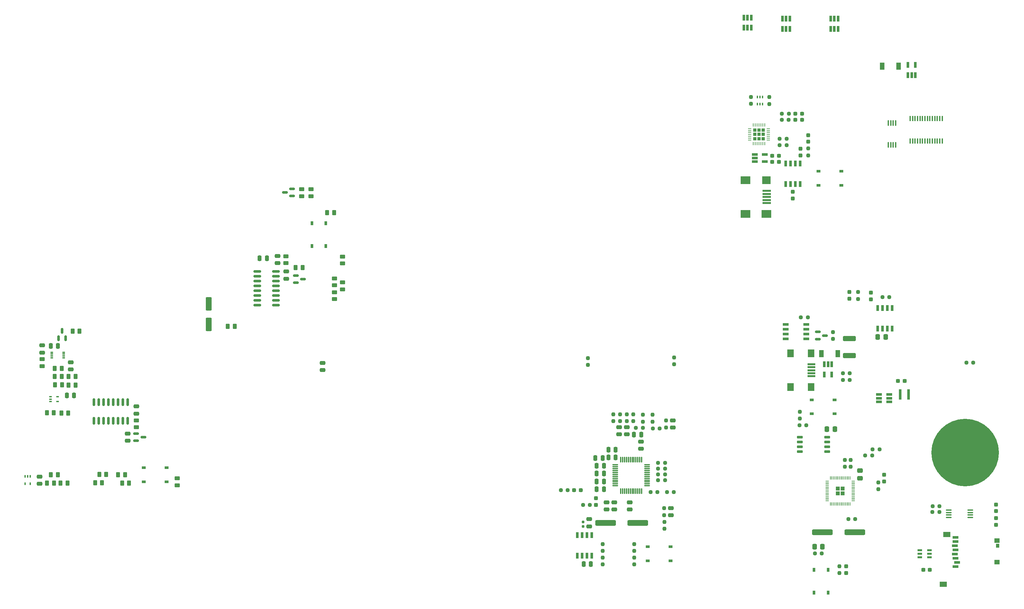
<source format=gbr>
%TF.GenerationSoftware,KiCad,Pcbnew,(6.0.4)*%
%TF.CreationDate,2022-06-24T20:10:35+03:00*%
%TF.ProjectId,stencils,7374656e-6369-46c7-932e-6b696361645f,rev?*%
%TF.SameCoordinates,Original*%
%TF.FileFunction,Paste,Top*%
%TF.FilePolarity,Positive*%
%FSLAX46Y46*%
G04 Gerber Fmt 4.6, Leading zero omitted, Abs format (unit mm)*
G04 Created by KiCad (PCBNEW (6.0.4)) date 2022-06-24 20:10:35*
%MOMM*%
%LPD*%
G01*
G04 APERTURE LIST*
G04 Aperture macros list*
%AMRoundRect*
0 Rectangle with rounded corners*
0 $1 Rounding radius*
0 $2 $3 $4 $5 $6 $7 $8 $9 X,Y pos of 4 corners*
0 Add a 4 corners polygon primitive as box body*
4,1,4,$2,$3,$4,$5,$6,$7,$8,$9,$2,$3,0*
0 Add four circle primitives for the rounded corners*
1,1,$1+$1,$2,$3*
1,1,$1+$1,$4,$5*
1,1,$1+$1,$6,$7*
1,1,$1+$1,$8,$9*
0 Add four rect primitives between the rounded corners*
20,1,$1+$1,$2,$3,$4,$5,0*
20,1,$1+$1,$4,$5,$6,$7,0*
20,1,$1+$1,$6,$7,$8,$9,0*
20,1,$1+$1,$8,$9,$2,$3,0*%
G04 Aperture macros list end*
%ADD10RoundRect,0.237500X0.237500X-0.250000X0.237500X0.250000X-0.237500X0.250000X-0.237500X-0.250000X0*%
%ADD11RoundRect,0.160000X-0.160000X0.197500X-0.160000X-0.197500X0.160000X-0.197500X0.160000X0.197500X0*%
%ADD12RoundRect,0.250000X-0.475000X0.250000X-0.475000X-0.250000X0.475000X-0.250000X0.475000X0.250000X0*%
%ADD13RoundRect,0.250000X0.250000X0.475000X-0.250000X0.475000X-0.250000X-0.475000X0.250000X-0.475000X0*%
%ADD14RoundRect,0.237500X0.250000X0.237500X-0.250000X0.237500X-0.250000X-0.237500X0.250000X-0.237500X0*%
%ADD15RoundRect,0.237500X-0.287500X-0.237500X0.287500X-0.237500X0.287500X0.237500X-0.287500X0.237500X0*%
%ADD16RoundRect,0.250000X0.475000X-0.250000X0.475000X0.250000X-0.475000X0.250000X-0.475000X-0.250000X0*%
%ADD17R,1.000000X0.700000*%
%ADD18R,0.650000X1.500000*%
%ADD19RoundRect,0.250000X-0.250000X-0.475000X0.250000X-0.475000X0.250000X0.475000X-0.250000X0.475000X0*%
%ADD20RoundRect,0.237500X0.237500X-0.287500X0.237500X0.287500X-0.237500X0.287500X-0.237500X-0.287500X0*%
%ADD21RoundRect,0.075000X-0.075000X0.662500X-0.075000X-0.662500X0.075000X-0.662500X0.075000X0.662500X0*%
%ADD22RoundRect,0.075000X-0.662500X0.075000X-0.662500X-0.075000X0.662500X-0.075000X0.662500X0.075000X0*%
%ADD23RoundRect,0.375000X2.375000X0.375000X-2.375000X0.375000X-2.375000X-0.375000X2.375000X-0.375000X0*%
%ADD24RoundRect,0.237500X-0.250000X-0.237500X0.250000X-0.237500X0.250000X0.237500X-0.250000X0.237500X0*%
%ADD25RoundRect,0.237500X-0.237500X0.250000X-0.237500X-0.250000X0.237500X-0.250000X0.237500X0.250000X0*%
%ADD26RoundRect,0.225000X0.225000X-0.225000X0.225000X0.225000X-0.225000X0.225000X-0.225000X-0.225000X0*%
%ADD27RoundRect,0.062500X0.062500X-0.337500X0.062500X0.337500X-0.062500X0.337500X-0.062500X-0.337500X0*%
%ADD28RoundRect,0.062500X0.337500X-0.062500X0.337500X0.062500X-0.337500X0.062500X-0.337500X-0.062500X0*%
%ADD29R,0.400000X0.650000*%
%ADD30RoundRect,0.237500X0.237500X-0.300000X0.237500X0.300000X-0.237500X0.300000X-0.237500X-0.300000X0*%
%ADD31RoundRect,0.100000X-0.100000X0.637500X-0.100000X-0.637500X0.100000X-0.637500X0.100000X0.637500X0*%
%ADD32R,1.200000X1.850000*%
%ADD33R,0.650000X1.560000*%
%ADD34RoundRect,0.237500X-0.300000X-0.237500X0.300000X-0.237500X0.300000X0.237500X-0.300000X0.237500X0*%
%ADD35R,1.560000X0.650000*%
%ADD36RoundRect,0.237500X-0.237500X0.300000X-0.237500X-0.300000X0.237500X-0.300000X0.237500X0.300000X0*%
%ADD37R,2.250000X0.500000*%
%ADD38R,2.300000X2.000000*%
%ADD39R,2.500000X2.000000*%
%ADD40R,0.450000X1.475000*%
%ADD41R,1.400000X1.300000*%
%ADD42R,0.950000X1.000000*%
%ADD43R,1.900000X1.400000*%
%ADD44R,1.500000X0.800000*%
%ADD45R,1.500000X0.650000*%
%ADD46RoundRect,0.100000X0.637500X0.100000X-0.637500X0.100000X-0.637500X-0.100000X0.637500X-0.100000X0*%
%ADD47C,17.800000*%
%ADD48RoundRect,0.375000X-2.375000X-0.375000X2.375000X-0.375000X2.375000X0.375000X-2.375000X0.375000X0*%
%ADD49RoundRect,0.250000X-0.337500X-0.475000X0.337500X-0.475000X0.337500X0.475000X-0.337500X0.475000X0*%
%ADD50RoundRect,0.237500X-0.237500X0.287500X-0.237500X-0.287500X0.237500X-0.287500X0.237500X0.287500X0*%
%ADD51R,0.800000X2.700000*%
%ADD52RoundRect,0.250000X1.450000X-0.400000X1.450000X0.400000X-1.450000X0.400000X-1.450000X-0.400000X0*%
%ADD53RoundRect,0.237500X0.300000X0.237500X-0.300000X0.237500X-0.300000X-0.237500X0.300000X-0.237500X0*%
%ADD54RoundRect,0.250000X0.475000X-0.337500X0.475000X0.337500X-0.475000X0.337500X-0.475000X-0.337500X0*%
%ADD55R,0.700000X1.000000*%
%ADD56RoundRect,0.250000X-0.292217X-0.292217X0.292217X-0.292217X0.292217X0.292217X-0.292217X0.292217X0*%
%ADD57RoundRect,0.050000X-0.387500X-0.050000X0.387500X-0.050000X0.387500X0.050000X-0.387500X0.050000X0*%
%ADD58RoundRect,0.050000X-0.050000X-0.387500X0.050000X-0.387500X0.050000X0.387500X-0.050000X0.387500X0*%
%ADD59RoundRect,0.150000X-0.650000X-0.150000X0.650000X-0.150000X0.650000X0.150000X-0.650000X0.150000X0*%
%ADD60R,2.000000X0.500000*%
%ADD61R,1.700000X2.000000*%
%ADD62R,1.150000X0.600000*%
%ADD63RoundRect,0.150000X-0.587500X-0.150000X0.587500X-0.150000X0.587500X0.150000X-0.587500X0.150000X0*%
%ADD64R,0.800000X0.300000*%
%ADD65R,0.800000X0.400000*%
%ADD66RoundRect,0.250000X-0.262500X-0.450000X0.262500X-0.450000X0.262500X0.450000X-0.262500X0.450000X0*%
%ADD67RoundRect,0.150000X0.587500X0.150000X-0.587500X0.150000X-0.587500X-0.150000X0.587500X-0.150000X0*%
%ADD68R,0.400000X0.800000*%
%ADD69RoundRect,0.250000X0.262500X0.450000X-0.262500X0.450000X-0.262500X-0.450000X0.262500X-0.450000X0*%
%ADD70RoundRect,0.250000X-0.450000X0.262500X-0.450000X-0.262500X0.450000X-0.262500X0.450000X0.262500X0*%
%ADD71RoundRect,0.150000X-0.150000X0.825000X-0.150000X-0.825000X0.150000X-0.825000X0.150000X0.825000X0*%
%ADD72RoundRect,0.250000X0.450000X-0.262500X0.450000X0.262500X-0.450000X0.262500X-0.450000X-0.262500X0*%
%ADD73RoundRect,0.150000X0.150000X-0.587500X0.150000X0.587500X-0.150000X0.587500X-0.150000X-0.587500X0*%
%ADD74RoundRect,0.250000X0.550000X-1.500000X0.550000X1.500000X-0.550000X1.500000X-0.550000X-1.500000X0*%
%ADD75RoundRect,0.150000X-0.825000X-0.150000X0.825000X-0.150000X0.825000X0.150000X-0.825000X0.150000X0*%
G04 APERTURE END LIST*
D10*
%TO.C,R21*%
X228574600Y-210816200D03*
X228574600Y-208991200D03*
%TD*%
D11*
%TO.C,FB1*%
X215112600Y-199630700D03*
X215112600Y-200825700D03*
%TD*%
D12*
%TO.C,C8*%
X221335600Y-194452200D03*
X221335600Y-196352200D03*
%TD*%
D13*
%TO.C,C6*%
X220610300Y-190957200D03*
X218710300Y-190957200D03*
%TD*%
D10*
%TO.C,R18*%
X233400600Y-173200700D03*
X233400600Y-171375700D03*
%TD*%
D13*
%TO.C,C15*%
X223682600Y-180543200D03*
X221782600Y-180543200D03*
%TD*%
D12*
%TO.C,C11*%
X230327200Y-178450200D03*
X230327200Y-180350200D03*
%TD*%
D14*
%TO.C,R13*%
X216914100Y-195148200D03*
X215089100Y-195148200D03*
%TD*%
%TO.C,R4*%
X236699600Y-183998700D03*
X234874600Y-183998700D03*
%TD*%
D15*
%TO.C,D2*%
X212778400Y-191236600D03*
X214528400Y-191236600D03*
%TD*%
D14*
%TO.C,R5*%
X234694100Y-191719200D03*
X232869100Y-191719200D03*
%TD*%
%TO.C,R9*%
X235305600Y-174955200D03*
X233480600Y-174955200D03*
%TD*%
D10*
%TO.C,R17*%
X230860600Y-173200700D03*
X230860600Y-171375700D03*
%TD*%
D16*
%TO.C,C7*%
X226669600Y-176513700D03*
X226669600Y-174613700D03*
%TD*%
D17*
%TO.C,S1*%
X232105300Y-206153400D03*
X238105300Y-206153400D03*
X232105300Y-209853400D03*
X238105300Y-209853400D03*
%TD*%
D10*
%TO.C,R23*%
X236575600Y-201418200D03*
X236575600Y-199593200D03*
%TD*%
D12*
%TO.C,C16*%
X238734600Y-172862200D03*
X238734600Y-174762200D03*
%TD*%
D10*
%TO.C,R19*%
X224891600Y-173073700D03*
X224891600Y-171248700D03*
%TD*%
D18*
%TO.C,IC1*%
X217398600Y-203065400D03*
X216128600Y-203065400D03*
X214858600Y-203065400D03*
X213588600Y-203065400D03*
X213588600Y-208465400D03*
X214858600Y-208465400D03*
X216128600Y-208465400D03*
X217398600Y-208465400D03*
%TD*%
D10*
%TO.C,R26*%
X220319600Y-207260200D03*
X220319600Y-205435200D03*
%TD*%
D19*
%TO.C,C12*%
X221782600Y-182575200D03*
X223682600Y-182575200D03*
%TD*%
%TO.C,C9*%
X218353600Y-182803800D03*
X220253600Y-182803800D03*
%TD*%
D14*
%TO.C,R6*%
X230860600Y-174828200D03*
X229035600Y-174828200D03*
%TD*%
D10*
%TO.C,R8*%
X216382600Y-158238200D03*
X216382600Y-156413200D03*
%TD*%
D16*
%TO.C,C10*%
X224637600Y-176540200D03*
X224637600Y-174640200D03*
%TD*%
D12*
%TO.C,C2*%
X227431600Y-194452200D03*
X227431600Y-196352200D03*
%TD*%
D10*
%TO.C,R24*%
X236423200Y-197838700D03*
X236423200Y-196013700D03*
%TD*%
%TO.C,R25*%
X220319600Y-210816200D03*
X220319600Y-208991200D03*
%TD*%
D13*
%TO.C,C18*%
X217154800Y-210743800D03*
X215254800Y-210743800D03*
%TD*%
D14*
%TO.C,R16*%
X236676100Y-188570700D03*
X234851100Y-188570700D03*
%TD*%
D19*
%TO.C,C14*%
X228513600Y-176606200D03*
X230413600Y-176606200D03*
%TD*%
D14*
%TO.C,R3*%
X236676100Y-185522700D03*
X234851100Y-185522700D03*
%TD*%
D10*
%TO.C,R15*%
X236956600Y-174724700D03*
X236956600Y-172899700D03*
%TD*%
D20*
%TO.C,D1*%
X218541600Y-195134200D03*
X218541600Y-193384200D03*
%TD*%
D14*
%TO.C,R2*%
X236676100Y-187046700D03*
X234851100Y-187046700D03*
%TD*%
D12*
%TO.C,C1*%
X238226600Y-195949700D03*
X238226600Y-197849700D03*
%TD*%
D14*
%TO.C,R14*%
X211072100Y-191236600D03*
X209247100Y-191236600D03*
%TD*%
D19*
%TO.C,C13*%
X218709200Y-186817000D03*
X220609200Y-186817000D03*
%TD*%
D10*
%TO.C,R20*%
X226669600Y-173073700D03*
X226669600Y-171248700D03*
%TD*%
D19*
%TO.C,C5*%
X218709200Y-184785000D03*
X220609200Y-184785000D03*
%TD*%
D21*
%TO.C,U1*%
X230536100Y-183163600D03*
X230036100Y-183163600D03*
X229536100Y-183163600D03*
X229036100Y-183163600D03*
X228536100Y-183163600D03*
X228036100Y-183163600D03*
X227536100Y-183163600D03*
X227036100Y-183163600D03*
X226536100Y-183163600D03*
X226036100Y-183163600D03*
X225536100Y-183163600D03*
X225036100Y-183163600D03*
D22*
X223623600Y-184576100D03*
X223623600Y-185076100D03*
X223623600Y-185576100D03*
X223623600Y-186076100D03*
X223623600Y-186576100D03*
X223623600Y-187076100D03*
X223623600Y-187576100D03*
X223623600Y-188076100D03*
X223623600Y-188576100D03*
X223623600Y-189076100D03*
X223623600Y-189576100D03*
X223623600Y-190076100D03*
D21*
X225036100Y-191488600D03*
X225536100Y-191488600D03*
X226036100Y-191488600D03*
X226536100Y-191488600D03*
X227036100Y-191488600D03*
X227536100Y-191488600D03*
X228036100Y-191488600D03*
X228536100Y-191488600D03*
X229036100Y-191488600D03*
X229536100Y-191488600D03*
X230036100Y-191488600D03*
X230536100Y-191488600D03*
D22*
X231948600Y-190076100D03*
X231948600Y-189576100D03*
X231948600Y-189076100D03*
X231948600Y-188576100D03*
X231948600Y-188076100D03*
X231948600Y-187576100D03*
X231948600Y-187076100D03*
X231948600Y-186576100D03*
X231948600Y-186076100D03*
X231948600Y-185576100D03*
X231948600Y-185076100D03*
X231948600Y-184576100D03*
%TD*%
D10*
%TO.C,R22*%
X228574600Y-207260200D03*
X228574600Y-205435200D03*
%TD*%
%TO.C,R11*%
X223113600Y-173073700D03*
X223113600Y-171248700D03*
%TD*%
D16*
%TO.C,C17*%
X216763600Y-200797200D03*
X216763600Y-198897200D03*
%TD*%
D23*
%TO.C,Y1*%
X229522600Y-199847200D03*
X221022600Y-199847200D03*
%TD*%
D19*
%TO.C,C4*%
X218708100Y-188925200D03*
X220608100Y-188925200D03*
%TD*%
D10*
%TO.C,R7*%
X239115600Y-158087700D03*
X239115600Y-156262700D03*
%TD*%
D12*
%TO.C,C3*%
X223367600Y-194452200D03*
X223367600Y-196352200D03*
%TD*%
D24*
%TO.C,R1*%
X237187100Y-191719200D03*
X239012100Y-191719200D03*
%TD*%
D25*
%TO.C,R12*%
X228320600Y-171248700D03*
X228320600Y-173073700D03*
%TD*%
D15*
%TO.C,D2*%
X271010400Y-93634800D03*
X272760400Y-93634800D03*
%TD*%
D26*
%TO.C,U1*%
X262562200Y-97458600D03*
X261442200Y-96338600D03*
X262562200Y-96338600D03*
X262562200Y-98578600D03*
X260322200Y-96338600D03*
X260322200Y-97458600D03*
X260322200Y-98578600D03*
X261442200Y-97458600D03*
X261442200Y-98578600D03*
D27*
X259942200Y-99908600D03*
X260442200Y-99908600D03*
X260942200Y-99908600D03*
X261442200Y-99908600D03*
X261942200Y-99908600D03*
X262442200Y-99908600D03*
X262942200Y-99908600D03*
D28*
X263892200Y-98958600D03*
X263892200Y-98458600D03*
X263892200Y-97958600D03*
X263892200Y-97458600D03*
X263892200Y-96958600D03*
X263892200Y-96458600D03*
X263892200Y-95958600D03*
D27*
X262942200Y-95008600D03*
X262442200Y-95008600D03*
X261942200Y-95008600D03*
X261442200Y-95008600D03*
X260942200Y-95008600D03*
X260442200Y-95008600D03*
X259942200Y-95008600D03*
D28*
X258992200Y-95958600D03*
X258992200Y-96458600D03*
X258992200Y-96958600D03*
X258992200Y-97458600D03*
X258992200Y-97958600D03*
X258992200Y-98458600D03*
X258992200Y-98958600D03*
%TD*%
D29*
%TO.C,Q1*%
X262346200Y-87569200D03*
X261696200Y-87569200D03*
X261046200Y-87569200D03*
X261046200Y-89469200D03*
X261696200Y-89469200D03*
X262346200Y-89469200D03*
%TD*%
D30*
%TO.C,C5*%
X272338800Y-102979800D03*
X272338800Y-101254800D03*
%TD*%
D24*
%TO.C,R2*%
X266864300Y-98624800D03*
X268689300Y-98624800D03*
%TD*%
D14*
%TO.C,R4*%
X269263500Y-91983800D03*
X267438500Y-91983800D03*
%TD*%
D25*
%TO.C,R3*%
X274370800Y-101180500D03*
X274370800Y-103005500D03*
%TD*%
D31*
%TO.C,U1*%
X297401000Y-94454700D03*
X296751000Y-94454700D03*
X296101000Y-94454700D03*
X295451000Y-94454700D03*
X295451000Y-100179700D03*
X296101000Y-100179700D03*
X296751000Y-100179700D03*
X297401000Y-100179700D03*
%TD*%
D32*
%TO.C,FB1*%
X298144200Y-79486400D03*
X293844200Y-79486400D03*
%TD*%
D25*
%TO.C,R7*%
X259308600Y-87566100D03*
X259308600Y-89391100D03*
%TD*%
D18*
%TO.C,IC1*%
X272237200Y-105108000D03*
X270967200Y-105108000D03*
X269697200Y-105108000D03*
X268427200Y-105108000D03*
X268427200Y-110508000D03*
X269697200Y-110508000D03*
X270967200Y-110508000D03*
X272237200Y-110508000D03*
%TD*%
D33*
%TO.C,REF\u002A\u002A*%
X267629600Y-69661000D03*
X268579600Y-69661000D03*
X269529600Y-69661000D03*
X269529600Y-66961000D03*
X268579600Y-66961000D03*
X267629600Y-66961000D03*
%TD*%
D10*
%TO.C,R8*%
X264109200Y-89431700D03*
X264109200Y-87606700D03*
%TD*%
D15*
%TO.C,D1*%
X271022500Y-91983800D03*
X272772500Y-91983800D03*
%TD*%
D34*
%TO.C,C3*%
X264923100Y-103083600D03*
X266648100Y-103083600D03*
%TD*%
D35*
%TO.C,U2*%
X260295400Y-102717800D03*
X260295400Y-103667800D03*
X260295400Y-104617800D03*
X262995400Y-104617800D03*
X262995400Y-102717800D03*
%TD*%
D33*
%TO.C,REF\u002A\u002A*%
X280329600Y-69661000D03*
X281279600Y-69661000D03*
X282229600Y-69661000D03*
X282229600Y-66961000D03*
X281279600Y-66961000D03*
X280329600Y-66961000D03*
%TD*%
D34*
%TO.C,C2*%
X264923100Y-104709200D03*
X266648100Y-104709200D03*
%TD*%
D36*
%TO.C,C4*%
X270357600Y-112609700D03*
X270357600Y-114334700D03*
%TD*%
D33*
%TO.C,U2*%
X300657600Y-81852400D03*
X301607600Y-81852400D03*
X302557600Y-81852400D03*
X302557600Y-79152400D03*
X300657600Y-79152400D03*
%TD*%
%TO.C,REF\u002A\u002A*%
X257469600Y-69356200D03*
X258419600Y-69356200D03*
X259369600Y-69356200D03*
X259369600Y-66656200D03*
X258419600Y-66656200D03*
X257469600Y-66656200D03*
%TD*%
D24*
%TO.C,R5*%
X267430200Y-93634800D03*
X269255200Y-93634800D03*
%TD*%
D30*
%TO.C,C1*%
X274370800Y-99374100D03*
X274370800Y-97649100D03*
%TD*%
D14*
%TO.C,R1*%
X268687400Y-100326600D03*
X266862400Y-100326600D03*
%TD*%
D37*
%TO.C,J1*%
X263462200Y-112354800D03*
X263462200Y-113154800D03*
X263462200Y-113954800D03*
X263462200Y-114754800D03*
X263462200Y-115554800D03*
D38*
X263337200Y-109504800D03*
D39*
X263337200Y-118404800D03*
X257887200Y-109504800D03*
X257887200Y-118404800D03*
%TD*%
D17*
%TO.C,SW1*%
X283085800Y-110877200D03*
X277085800Y-110877200D03*
X283085800Y-107177200D03*
X277085800Y-107177200D03*
%TD*%
D40*
%TO.C,IC1*%
X301218000Y-99188400D03*
X301868000Y-99188400D03*
X302518000Y-99188400D03*
X303168000Y-99188400D03*
X303818000Y-99188400D03*
X304468000Y-99188400D03*
X305118000Y-99188400D03*
X305768000Y-99188400D03*
X306418000Y-99188400D03*
X307068000Y-99188400D03*
X307718000Y-99188400D03*
X308368000Y-99188400D03*
X309018000Y-99188400D03*
X309668000Y-99188400D03*
X309668000Y-93312400D03*
X309018000Y-93312400D03*
X308368000Y-93312400D03*
X307718000Y-93312400D03*
X307068000Y-93312400D03*
X306418000Y-93312400D03*
X305768000Y-93312400D03*
X305118000Y-93312400D03*
X304468000Y-93312400D03*
X303818000Y-93312400D03*
X303168000Y-93312400D03*
X302518000Y-93312400D03*
X301868000Y-93312400D03*
X301218000Y-93312400D03*
%TD*%
D41*
%TO.C,J2*%
X324054400Y-204527800D03*
D42*
X324280400Y-205917800D03*
D41*
X324054400Y-210227800D03*
D43*
X310905400Y-202927800D03*
X309905400Y-216077800D03*
D44*
X313194400Y-211417800D03*
X313594400Y-210317800D03*
X313194400Y-209217800D03*
X312994400Y-208117800D03*
X313194400Y-207017800D03*
X312994400Y-205917800D03*
X313194400Y-204817800D03*
X313194400Y-203717800D03*
%TD*%
D24*
%TO.C,R3*%
X284939100Y-198856600D03*
X286764100Y-198856600D03*
%TD*%
D45*
%TO.C,Q1*%
X273895800Y-151358600D03*
X273895800Y-150088600D03*
X273895800Y-148818600D03*
X273895800Y-147548600D03*
X268495800Y-147548600D03*
X268495800Y-148818600D03*
X268495800Y-150088600D03*
X268495800Y-151358600D03*
%TD*%
D46*
%TO.C,U6*%
X317079660Y-198440760D03*
X317079660Y-197790760D03*
X317079660Y-197140760D03*
X317079660Y-196490760D03*
X311354660Y-196490760D03*
X311354660Y-197140760D03*
X311354660Y-197790760D03*
X311354660Y-198440760D03*
%TD*%
D47*
%TO.C,BT2*%
X315668960Y-181336760D03*
%TD*%
D48*
%TO.C,Y1*%
X278142960Y-202291760D03*
X286642960Y-202291760D03*
%TD*%
D33*
%TO.C,U5*%
X280548960Y-158015760D03*
X279598960Y-158015760D03*
X278648960Y-158015760D03*
X278648960Y-160715760D03*
X280548960Y-160715760D03*
%TD*%
D49*
%TO.C,C21*%
X292709260Y-150882160D03*
X294784260Y-150882160D03*
%TD*%
D50*
%TO.C,D1*%
X294330960Y-187192760D03*
X294330960Y-188942760D03*
%TD*%
D24*
%TO.C,R13*%
X316024460Y-157587760D03*
X317849460Y-157587760D03*
%TD*%
D25*
%TO.C,R5*%
X285589460Y-183267160D03*
X285589460Y-185092160D03*
%TD*%
D14*
%TO.C,R14*%
X308927460Y-196957760D03*
X307102460Y-196957760D03*
%TD*%
D36*
%TO.C,C20*%
X323799200Y-195021200D03*
X323799200Y-196746200D03*
%TD*%
D32*
%TO.C,FB1*%
X277855360Y-155225560D03*
X282155360Y-155225560D03*
%TD*%
D51*
%TO.C,L1*%
X298564960Y-165969760D03*
X300764960Y-165969760D03*
%TD*%
D52*
%TO.C,F1*%
X285186960Y-155748760D03*
X285186960Y-151298760D03*
%TD*%
D20*
%TO.C,D6*%
X290901960Y-140937760D03*
X290901960Y-139187760D03*
%TD*%
D14*
%TO.C,R19*%
X295751460Y-140330760D03*
X293926460Y-140330760D03*
%TD*%
D53*
%TO.C,C11*%
X306399100Y-212217000D03*
X304674100Y-212217000D03*
%TD*%
D24*
%TO.C,R10*%
X272442300Y-145643600D03*
X274267300Y-145643600D03*
%TD*%
D30*
%TO.C,C19*%
X323799200Y-200353000D03*
X323799200Y-198628000D03*
%TD*%
D10*
%TO.C,R1*%
X272156760Y-172366760D03*
X272156760Y-170541760D03*
%TD*%
D14*
%TO.C,R23*%
X285337460Y-160381760D03*
X283512460Y-160381760D03*
%TD*%
D20*
%TO.C,D4*%
X285212360Y-140744960D03*
X285212360Y-138994960D03*
%TD*%
D54*
%TO.C,C13*%
X287980960Y-188110760D03*
X287980960Y-186035760D03*
%TD*%
D55*
%TO.C,SW1*%
X275949800Y-218239600D03*
X275949800Y-212239600D03*
X279649800Y-218239600D03*
X279649800Y-212239600D03*
%TD*%
D25*
%TO.C,R4*%
X284065460Y-183267160D03*
X284065460Y-185092160D03*
%TD*%
D24*
%TO.C,R20*%
X291314500Y-180441600D03*
X293139500Y-180441600D03*
%TD*%
D56*
%TO.C,U2*%
X282157960Y-190808460D03*
X283432960Y-190808460D03*
X283432960Y-192083460D03*
X282157960Y-192083460D03*
D57*
X279357960Y-188845960D03*
X279357960Y-189245960D03*
X279357960Y-189645960D03*
X279357960Y-190045960D03*
X279357960Y-190445960D03*
X279357960Y-190845960D03*
X279357960Y-191245960D03*
X279357960Y-191645960D03*
X279357960Y-192045960D03*
X279357960Y-192445960D03*
X279357960Y-192845960D03*
X279357960Y-193245960D03*
X279357960Y-193645960D03*
X279357960Y-194045960D03*
D58*
X280195460Y-194883460D03*
X280595460Y-194883460D03*
X280995460Y-194883460D03*
X281395460Y-194883460D03*
X281795460Y-194883460D03*
X282195460Y-194883460D03*
X282595460Y-194883460D03*
X282995460Y-194883460D03*
X283395460Y-194883460D03*
X283795460Y-194883460D03*
X284195460Y-194883460D03*
X284595460Y-194883460D03*
X284995460Y-194883460D03*
X285395460Y-194883460D03*
D57*
X286232960Y-194045960D03*
X286232960Y-193645960D03*
X286232960Y-193245960D03*
X286232960Y-192845960D03*
X286232960Y-192445960D03*
X286232960Y-192045960D03*
X286232960Y-191645960D03*
X286232960Y-191245960D03*
X286232960Y-190845960D03*
X286232960Y-190445960D03*
X286232960Y-190045960D03*
X286232960Y-189645960D03*
X286232960Y-189245960D03*
X286232960Y-188845960D03*
D58*
X285395460Y-188008460D03*
X284995460Y-188008460D03*
X284595460Y-188008460D03*
X284195460Y-188008460D03*
X283795460Y-188008460D03*
X283395460Y-188008460D03*
X282995460Y-188008460D03*
X282595460Y-188008460D03*
X282195460Y-188008460D03*
X281795460Y-188008460D03*
X281395460Y-188008460D03*
X280995460Y-188008460D03*
X280595460Y-188008460D03*
X280195460Y-188008460D03*
%TD*%
D18*
%TO.C,IC1*%
X292679960Y-148618760D03*
X293949960Y-148618760D03*
X295219960Y-148618760D03*
X296489960Y-148618760D03*
X296489960Y-143218760D03*
X295219960Y-143218760D03*
X293949960Y-143218760D03*
X292679960Y-143218760D03*
%TD*%
D35*
%TO.C,U7*%
X295680960Y-167935760D03*
X295680960Y-166985760D03*
X295680960Y-166035760D03*
X292980960Y-166035760D03*
X292980960Y-166985760D03*
X292980960Y-167935760D03*
%TD*%
D49*
%TO.C,C1*%
X276072260Y-206095600D03*
X278147260Y-206095600D03*
%TD*%
D24*
%TO.C,R22*%
X289409500Y-182067200D03*
X291234500Y-182067200D03*
%TD*%
D59*
%TO.C,U1*%
X272188960Y-177272760D03*
X272188960Y-178542760D03*
X272188960Y-179812760D03*
X272188960Y-181082760D03*
X279388960Y-181082760D03*
X279388960Y-179812760D03*
X279388960Y-178542760D03*
X279388960Y-177272760D03*
%TD*%
D24*
%TO.C,R21*%
X283512460Y-162159760D03*
X285337460Y-162159760D03*
%TD*%
D50*
%TO.C,D5*%
X284403800Y-211316600D03*
X284403800Y-213066600D03*
%TD*%
D24*
%TO.C,R7*%
X276125300Y-207873600D03*
X277950300Y-207873600D03*
%TD*%
D25*
%TO.C,R17*%
X282625800Y-211279100D03*
X282625800Y-213104100D03*
%TD*%
%TO.C,R18*%
X287472960Y-138998760D03*
X287472960Y-140823760D03*
%TD*%
%TO.C,R6*%
X292806960Y-189187260D03*
X292806960Y-191012260D03*
%TD*%
D10*
%TO.C,R24*%
X280868960Y-151388260D03*
X280868960Y-149563260D03*
%TD*%
D14*
%TO.C,R2*%
X273907460Y-174097760D03*
X272082460Y-174097760D03*
%TD*%
%TO.C,R12*%
X308959460Y-195433760D03*
X307134460Y-195433760D03*
%TD*%
D17*
%TO.C,SW2*%
X281328960Y-171121760D03*
X275328960Y-171121760D03*
X281328960Y-167421760D03*
X275328960Y-167421760D03*
%TD*%
D60*
%TO.C,J9*%
X275245960Y-158019760D03*
X275245960Y-158819760D03*
X275245960Y-159619760D03*
X275245960Y-160419760D03*
X275245960Y-161219760D03*
D61*
X275145960Y-164069760D03*
X269695960Y-155169760D03*
X269695960Y-164069760D03*
X275145960Y-155169760D03*
%TD*%
D53*
%TO.C,C24*%
X299765460Y-162413760D03*
X298040460Y-162413760D03*
%TD*%
D49*
%TO.C,C7*%
X279323460Y-175107600D03*
X281398460Y-175107600D03*
%TD*%
D62*
%TO.C,D3*%
X303744400Y-207028800D03*
X303744400Y-207978800D03*
X303744400Y-208928800D03*
X306344400Y-208928800D03*
X306344400Y-207978800D03*
X306344400Y-207028800D03*
%TD*%
D63*
%TO.C,U3*%
X276883460Y-149525760D03*
X276883460Y-151425760D03*
X278758460Y-150475760D03*
%TD*%
%TO.C,U5*%
X97462100Y-176326800D03*
X97462100Y-178226800D03*
X99337100Y-177276800D03*
%TD*%
D16*
%TO.C,C4*%
X134645400Y-131414600D03*
X134645400Y-129514600D03*
%TD*%
D64*
%TO.C,U7*%
X78374800Y-156378100D03*
X78374800Y-155878100D03*
X78374800Y-155378100D03*
X78374800Y-154878100D03*
X75274800Y-154878100D03*
X75274800Y-155378100D03*
X75274800Y-155878100D03*
X75274800Y-156378100D03*
%TD*%
D16*
%TO.C,C5*%
X146507200Y-159573000D03*
X146507200Y-157673000D03*
%TD*%
D65*
%TO.C,IC2*%
X74878656Y-166608911D03*
X74878656Y-167258911D03*
X74878656Y-167908911D03*
X76778656Y-167908911D03*
X76778656Y-166608911D03*
%TD*%
D17*
%TO.C,SW2*%
X99438200Y-185322600D03*
X105438200Y-185322600D03*
X99438200Y-189022600D03*
X105438200Y-189022600D03*
%TD*%
D66*
%TO.C,R12*%
X79646100Y-161292300D03*
X81471100Y-161292300D03*
%TD*%
D67*
%TO.C,Q1*%
X138506200Y-113715800D03*
X138506200Y-111815800D03*
X136631200Y-112765800D03*
%TD*%
D63*
%TO.C,U3*%
X139524500Y-134660600D03*
X139524500Y-136560600D03*
X141399500Y-135610600D03*
%TD*%
D68*
%TO.C,IC1*%
X69534800Y-187619600D03*
X68884800Y-187619600D03*
X68234800Y-187619600D03*
X68234800Y-189519600D03*
X69534800Y-189519600D03*
%TD*%
D66*
%TO.C,R18*%
X87753356Y-187119411D03*
X89578356Y-187119411D03*
%TD*%
D12*
%TO.C,C8*%
X72059800Y-187670400D03*
X72059800Y-189570400D03*
%TD*%
D69*
%TO.C,R20*%
X95572756Y-189354611D03*
X93747756Y-189354611D03*
%TD*%
D16*
%TO.C,C3*%
X136982200Y-135493800D03*
X136982200Y-133593800D03*
%TD*%
D19*
%TO.C,C10*%
X74960400Y-153215100D03*
X76860400Y-153215100D03*
%TD*%
D70*
%TO.C,R28*%
X108305600Y-188114300D03*
X108305600Y-189939300D03*
%TD*%
D69*
%TO.C,R14*%
X77864300Y-159158700D03*
X76039300Y-159158700D03*
%TD*%
D71*
%TO.C,U6*%
X95224600Y-168009800D03*
X93954600Y-168009800D03*
X92684600Y-168009800D03*
X91414600Y-168009800D03*
X90144600Y-168009800D03*
X88874600Y-168009800D03*
X87604600Y-168009800D03*
X86334600Y-168009800D03*
X86334600Y-172959800D03*
X87604600Y-172959800D03*
X88874600Y-172959800D03*
X90144600Y-172959800D03*
X91414600Y-172959800D03*
X92684600Y-172959800D03*
X93954600Y-172959800D03*
X95224600Y-172959800D03*
%TD*%
D16*
%TO.C,C9*%
X97485200Y-171079200D03*
X97485200Y-169179200D03*
%TD*%
D69*
%TO.C,R25*%
X75844400Y-189331600D03*
X74019400Y-189331600D03*
%TD*%
D66*
%TO.C,R27*%
X147728300Y-118084600D03*
X149553300Y-118084600D03*
%TD*%
D69*
%TO.C,R3*%
X123393200Y-148056600D03*
X121568200Y-148056600D03*
%TD*%
D72*
%TO.C,R7*%
X149682200Y-137257800D03*
X149682200Y-135432800D03*
%TD*%
D70*
%TO.C,R8*%
X151765000Y-129643500D03*
X151765000Y-131468500D03*
%TD*%
D73*
%TO.C,U8*%
X77017800Y-151155400D03*
X78917800Y-151155400D03*
X77967800Y-149280400D03*
%TD*%
D12*
%TO.C,C11*%
X80253800Y-157522900D03*
X80253800Y-159422900D03*
%TD*%
D69*
%TO.C,R19*%
X94509756Y-187170211D03*
X92684756Y-187170211D03*
%TD*%
D74*
%TO.C,C1*%
X116535200Y-147556200D03*
X116535200Y-142156200D03*
%TD*%
D66*
%TO.C,R16*%
X77766500Y-170893500D03*
X79591500Y-170893500D03*
%TD*%
D72*
%TO.C,R1*%
X143459200Y-113762800D03*
X143459200Y-111937800D03*
%TD*%
D69*
%TO.C,R26*%
X76858500Y-187172600D03*
X75033500Y-187172600D03*
%TD*%
D13*
%TO.C,C2*%
X131876800Y-130124200D03*
X129976800Y-130124200D03*
%TD*%
D66*
%TO.C,R4*%
X139422500Y-132562600D03*
X141247500Y-132562600D03*
%TD*%
%TO.C,R23*%
X80712900Y-149303500D03*
X82537900Y-149303500D03*
%TD*%
D72*
%TO.C,R5*%
X136855200Y-131392300D03*
X136855200Y-129567300D03*
%TD*%
D66*
%TO.C,R13*%
X76041200Y-161292300D03*
X77866200Y-161292300D03*
%TD*%
D70*
%TO.C,R22*%
X72684600Y-156710100D03*
X72684600Y-158535100D03*
%TD*%
%TO.C,R9*%
X149682200Y-139068800D03*
X149682200Y-140893800D03*
%TD*%
D69*
%TO.C,R11*%
X77915100Y-163476700D03*
X76090100Y-163476700D03*
%TD*%
D16*
%TO.C,C12*%
X72684600Y-154967700D03*
X72684600Y-153067700D03*
%TD*%
D55*
%TO.C,SW1*%
X143715800Y-126850400D03*
X143715800Y-120850400D03*
X147415800Y-126850400D03*
X147415800Y-120850400D03*
%TD*%
D66*
%TO.C,R21*%
X86637656Y-189253011D03*
X88462656Y-189253011D03*
%TD*%
%TO.C,R24*%
X77548100Y-189331600D03*
X79373100Y-189331600D03*
%TD*%
D72*
%TO.C,R17*%
X97485200Y-174650400D03*
X97485200Y-172825400D03*
%TD*%
D66*
%TO.C,R15*%
X73958400Y-170842700D03*
X75783400Y-170842700D03*
%TD*%
D13*
%TO.C,C7*%
X81098556Y-166293711D03*
X79198556Y-166293711D03*
%TD*%
D75*
%TO.C,U4*%
X129351000Y-133553200D03*
X129351000Y-134823200D03*
X129351000Y-136093200D03*
X129351000Y-137363200D03*
X129351000Y-138633200D03*
X129351000Y-139903200D03*
X129351000Y-141173200D03*
X129351000Y-142443200D03*
X134301000Y-142443200D03*
X134301000Y-141173200D03*
X134301000Y-139903200D03*
X134301000Y-138633200D03*
X134301000Y-137363200D03*
X134301000Y-136093200D03*
X134301000Y-134823200D03*
X134301000Y-133553200D03*
%TD*%
D70*
%TO.C,R2*%
X141046200Y-111914300D03*
X141046200Y-113739300D03*
%TD*%
D69*
%TO.C,R10*%
X81473000Y-163527500D03*
X79648000Y-163527500D03*
%TD*%
D72*
%TO.C,R6*%
X151765000Y-138322700D03*
X151765000Y-136497700D03*
%TD*%
D12*
%TO.C,C6*%
X95228244Y-176326800D03*
X95228244Y-178226800D03*
%TD*%
M02*

</source>
